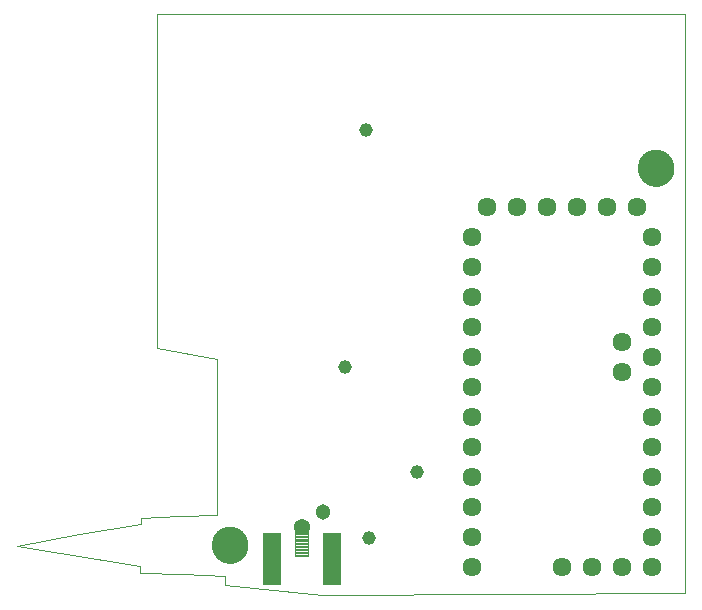
<source format=gbs>
G75*
%MOIN*%
%OFA0B0*%
%FSLAX25Y25*%
%IPPOS*%
%LPD*%
%AMOC8*
5,1,8,0,0,1.08239X$1,22.5*
%
%ADD10C,0.00000*%
%ADD11C,0.12211*%
%ADD12C,0.06337*%
%ADD13C,0.05400*%
%ADD14C,0.00490*%
%ADD15R,0.06400X0.17400*%
%ADD16C,0.05124*%
%ADD17C,0.04534*%
D10*
X0004557Y0022435D02*
X0025391Y0026394D01*
X0045891Y0030019D01*
X0045960Y0031852D01*
X0046030Y0032019D01*
X0058794Y0032505D01*
X0071224Y0032991D01*
X0071200Y0032985D02*
X0071225Y0058990D01*
X0071224Y0058963D02*
X0071224Y0084935D01*
X0051224Y0088685D01*
X0051224Y0199797D01*
X0227474Y0199797D01*
X0227474Y0006741D01*
X0166919Y0006394D01*
X0106363Y0006047D01*
X0074002Y0009419D01*
X0074002Y0012574D01*
X0059905Y0013130D01*
X0045807Y0013685D01*
X0045807Y0015908D01*
X0004557Y0022435D01*
X0069653Y0022850D02*
X0069655Y0023003D01*
X0069661Y0023157D01*
X0069671Y0023310D01*
X0069685Y0023462D01*
X0069703Y0023615D01*
X0069725Y0023766D01*
X0069750Y0023917D01*
X0069780Y0024068D01*
X0069814Y0024218D01*
X0069851Y0024366D01*
X0069892Y0024514D01*
X0069937Y0024660D01*
X0069986Y0024806D01*
X0070039Y0024950D01*
X0070095Y0025092D01*
X0070155Y0025233D01*
X0070219Y0025373D01*
X0070286Y0025511D01*
X0070357Y0025647D01*
X0070432Y0025781D01*
X0070509Y0025913D01*
X0070591Y0026043D01*
X0070675Y0026171D01*
X0070763Y0026297D01*
X0070854Y0026420D01*
X0070948Y0026541D01*
X0071046Y0026659D01*
X0071146Y0026775D01*
X0071250Y0026888D01*
X0071356Y0026999D01*
X0071465Y0027107D01*
X0071577Y0027212D01*
X0071691Y0027313D01*
X0071809Y0027412D01*
X0071928Y0027508D01*
X0072050Y0027601D01*
X0072175Y0027690D01*
X0072302Y0027777D01*
X0072431Y0027859D01*
X0072562Y0027939D01*
X0072695Y0028015D01*
X0072830Y0028088D01*
X0072967Y0028157D01*
X0073106Y0028222D01*
X0073246Y0028284D01*
X0073388Y0028342D01*
X0073531Y0028397D01*
X0073676Y0028448D01*
X0073822Y0028495D01*
X0073969Y0028538D01*
X0074117Y0028577D01*
X0074266Y0028613D01*
X0074416Y0028644D01*
X0074567Y0028672D01*
X0074718Y0028696D01*
X0074871Y0028716D01*
X0075023Y0028732D01*
X0075176Y0028744D01*
X0075329Y0028752D01*
X0075482Y0028756D01*
X0075636Y0028756D01*
X0075789Y0028752D01*
X0075942Y0028744D01*
X0076095Y0028732D01*
X0076247Y0028716D01*
X0076400Y0028696D01*
X0076551Y0028672D01*
X0076702Y0028644D01*
X0076852Y0028613D01*
X0077001Y0028577D01*
X0077149Y0028538D01*
X0077296Y0028495D01*
X0077442Y0028448D01*
X0077587Y0028397D01*
X0077730Y0028342D01*
X0077872Y0028284D01*
X0078012Y0028222D01*
X0078151Y0028157D01*
X0078288Y0028088D01*
X0078423Y0028015D01*
X0078556Y0027939D01*
X0078687Y0027859D01*
X0078816Y0027777D01*
X0078943Y0027690D01*
X0079068Y0027601D01*
X0079190Y0027508D01*
X0079309Y0027412D01*
X0079427Y0027313D01*
X0079541Y0027212D01*
X0079653Y0027107D01*
X0079762Y0026999D01*
X0079868Y0026888D01*
X0079972Y0026775D01*
X0080072Y0026659D01*
X0080170Y0026541D01*
X0080264Y0026420D01*
X0080355Y0026297D01*
X0080443Y0026171D01*
X0080527Y0026043D01*
X0080609Y0025913D01*
X0080686Y0025781D01*
X0080761Y0025647D01*
X0080832Y0025511D01*
X0080899Y0025373D01*
X0080963Y0025233D01*
X0081023Y0025092D01*
X0081079Y0024950D01*
X0081132Y0024806D01*
X0081181Y0024660D01*
X0081226Y0024514D01*
X0081267Y0024366D01*
X0081304Y0024218D01*
X0081338Y0024068D01*
X0081368Y0023917D01*
X0081393Y0023766D01*
X0081415Y0023615D01*
X0081433Y0023462D01*
X0081447Y0023310D01*
X0081457Y0023157D01*
X0081463Y0023003D01*
X0081465Y0022850D01*
X0081463Y0022697D01*
X0081457Y0022543D01*
X0081447Y0022390D01*
X0081433Y0022238D01*
X0081415Y0022085D01*
X0081393Y0021934D01*
X0081368Y0021783D01*
X0081338Y0021632D01*
X0081304Y0021482D01*
X0081267Y0021334D01*
X0081226Y0021186D01*
X0081181Y0021040D01*
X0081132Y0020894D01*
X0081079Y0020750D01*
X0081023Y0020608D01*
X0080963Y0020467D01*
X0080899Y0020327D01*
X0080832Y0020189D01*
X0080761Y0020053D01*
X0080686Y0019919D01*
X0080609Y0019787D01*
X0080527Y0019657D01*
X0080443Y0019529D01*
X0080355Y0019403D01*
X0080264Y0019280D01*
X0080170Y0019159D01*
X0080072Y0019041D01*
X0079972Y0018925D01*
X0079868Y0018812D01*
X0079762Y0018701D01*
X0079653Y0018593D01*
X0079541Y0018488D01*
X0079427Y0018387D01*
X0079309Y0018288D01*
X0079190Y0018192D01*
X0079068Y0018099D01*
X0078943Y0018010D01*
X0078816Y0017923D01*
X0078687Y0017841D01*
X0078556Y0017761D01*
X0078423Y0017685D01*
X0078288Y0017612D01*
X0078151Y0017543D01*
X0078012Y0017478D01*
X0077872Y0017416D01*
X0077730Y0017358D01*
X0077587Y0017303D01*
X0077442Y0017252D01*
X0077296Y0017205D01*
X0077149Y0017162D01*
X0077001Y0017123D01*
X0076852Y0017087D01*
X0076702Y0017056D01*
X0076551Y0017028D01*
X0076400Y0017004D01*
X0076247Y0016984D01*
X0076095Y0016968D01*
X0075942Y0016956D01*
X0075789Y0016948D01*
X0075636Y0016944D01*
X0075482Y0016944D01*
X0075329Y0016948D01*
X0075176Y0016956D01*
X0075023Y0016968D01*
X0074871Y0016984D01*
X0074718Y0017004D01*
X0074567Y0017028D01*
X0074416Y0017056D01*
X0074266Y0017087D01*
X0074117Y0017123D01*
X0073969Y0017162D01*
X0073822Y0017205D01*
X0073676Y0017252D01*
X0073531Y0017303D01*
X0073388Y0017358D01*
X0073246Y0017416D01*
X0073106Y0017478D01*
X0072967Y0017543D01*
X0072830Y0017612D01*
X0072695Y0017685D01*
X0072562Y0017761D01*
X0072431Y0017841D01*
X0072302Y0017923D01*
X0072175Y0018010D01*
X0072050Y0018099D01*
X0071928Y0018192D01*
X0071809Y0018288D01*
X0071691Y0018387D01*
X0071577Y0018488D01*
X0071465Y0018593D01*
X0071356Y0018701D01*
X0071250Y0018812D01*
X0071146Y0018925D01*
X0071046Y0019041D01*
X0070948Y0019159D01*
X0070854Y0019280D01*
X0070763Y0019403D01*
X0070675Y0019529D01*
X0070591Y0019657D01*
X0070509Y0019787D01*
X0070432Y0019919D01*
X0070357Y0020053D01*
X0070286Y0020189D01*
X0070219Y0020327D01*
X0070155Y0020467D01*
X0070095Y0020608D01*
X0070039Y0020750D01*
X0069986Y0020894D01*
X0069937Y0021040D01*
X0069892Y0021186D01*
X0069851Y0021334D01*
X0069814Y0021482D01*
X0069780Y0021632D01*
X0069750Y0021783D01*
X0069725Y0021934D01*
X0069703Y0022085D01*
X0069685Y0022238D01*
X0069671Y0022390D01*
X0069661Y0022543D01*
X0069655Y0022697D01*
X0069653Y0022850D01*
X0211639Y0148504D02*
X0211641Y0148657D01*
X0211647Y0148811D01*
X0211657Y0148964D01*
X0211671Y0149116D01*
X0211689Y0149269D01*
X0211711Y0149420D01*
X0211736Y0149571D01*
X0211766Y0149722D01*
X0211800Y0149872D01*
X0211837Y0150020D01*
X0211878Y0150168D01*
X0211923Y0150314D01*
X0211972Y0150460D01*
X0212025Y0150604D01*
X0212081Y0150746D01*
X0212141Y0150887D01*
X0212205Y0151027D01*
X0212272Y0151165D01*
X0212343Y0151301D01*
X0212418Y0151435D01*
X0212495Y0151567D01*
X0212577Y0151697D01*
X0212661Y0151825D01*
X0212749Y0151951D01*
X0212840Y0152074D01*
X0212934Y0152195D01*
X0213032Y0152313D01*
X0213132Y0152429D01*
X0213236Y0152542D01*
X0213342Y0152653D01*
X0213451Y0152761D01*
X0213563Y0152866D01*
X0213677Y0152967D01*
X0213795Y0153066D01*
X0213914Y0153162D01*
X0214036Y0153255D01*
X0214161Y0153344D01*
X0214288Y0153431D01*
X0214417Y0153513D01*
X0214548Y0153593D01*
X0214681Y0153669D01*
X0214816Y0153742D01*
X0214953Y0153811D01*
X0215092Y0153876D01*
X0215232Y0153938D01*
X0215374Y0153996D01*
X0215517Y0154051D01*
X0215662Y0154102D01*
X0215808Y0154149D01*
X0215955Y0154192D01*
X0216103Y0154231D01*
X0216252Y0154267D01*
X0216402Y0154298D01*
X0216553Y0154326D01*
X0216704Y0154350D01*
X0216857Y0154370D01*
X0217009Y0154386D01*
X0217162Y0154398D01*
X0217315Y0154406D01*
X0217468Y0154410D01*
X0217622Y0154410D01*
X0217775Y0154406D01*
X0217928Y0154398D01*
X0218081Y0154386D01*
X0218233Y0154370D01*
X0218386Y0154350D01*
X0218537Y0154326D01*
X0218688Y0154298D01*
X0218838Y0154267D01*
X0218987Y0154231D01*
X0219135Y0154192D01*
X0219282Y0154149D01*
X0219428Y0154102D01*
X0219573Y0154051D01*
X0219716Y0153996D01*
X0219858Y0153938D01*
X0219998Y0153876D01*
X0220137Y0153811D01*
X0220274Y0153742D01*
X0220409Y0153669D01*
X0220542Y0153593D01*
X0220673Y0153513D01*
X0220802Y0153431D01*
X0220929Y0153344D01*
X0221054Y0153255D01*
X0221176Y0153162D01*
X0221295Y0153066D01*
X0221413Y0152967D01*
X0221527Y0152866D01*
X0221639Y0152761D01*
X0221748Y0152653D01*
X0221854Y0152542D01*
X0221958Y0152429D01*
X0222058Y0152313D01*
X0222156Y0152195D01*
X0222250Y0152074D01*
X0222341Y0151951D01*
X0222429Y0151825D01*
X0222513Y0151697D01*
X0222595Y0151567D01*
X0222672Y0151435D01*
X0222747Y0151301D01*
X0222818Y0151165D01*
X0222885Y0151027D01*
X0222949Y0150887D01*
X0223009Y0150746D01*
X0223065Y0150604D01*
X0223118Y0150460D01*
X0223167Y0150314D01*
X0223212Y0150168D01*
X0223253Y0150020D01*
X0223290Y0149872D01*
X0223324Y0149722D01*
X0223354Y0149571D01*
X0223379Y0149420D01*
X0223401Y0149269D01*
X0223419Y0149116D01*
X0223433Y0148964D01*
X0223443Y0148811D01*
X0223449Y0148657D01*
X0223451Y0148504D01*
X0223449Y0148351D01*
X0223443Y0148197D01*
X0223433Y0148044D01*
X0223419Y0147892D01*
X0223401Y0147739D01*
X0223379Y0147588D01*
X0223354Y0147437D01*
X0223324Y0147286D01*
X0223290Y0147136D01*
X0223253Y0146988D01*
X0223212Y0146840D01*
X0223167Y0146694D01*
X0223118Y0146548D01*
X0223065Y0146404D01*
X0223009Y0146262D01*
X0222949Y0146121D01*
X0222885Y0145981D01*
X0222818Y0145843D01*
X0222747Y0145707D01*
X0222672Y0145573D01*
X0222595Y0145441D01*
X0222513Y0145311D01*
X0222429Y0145183D01*
X0222341Y0145057D01*
X0222250Y0144934D01*
X0222156Y0144813D01*
X0222058Y0144695D01*
X0221958Y0144579D01*
X0221854Y0144466D01*
X0221748Y0144355D01*
X0221639Y0144247D01*
X0221527Y0144142D01*
X0221413Y0144041D01*
X0221295Y0143942D01*
X0221176Y0143846D01*
X0221054Y0143753D01*
X0220929Y0143664D01*
X0220802Y0143577D01*
X0220673Y0143495D01*
X0220542Y0143415D01*
X0220409Y0143339D01*
X0220274Y0143266D01*
X0220137Y0143197D01*
X0219998Y0143132D01*
X0219858Y0143070D01*
X0219716Y0143012D01*
X0219573Y0142957D01*
X0219428Y0142906D01*
X0219282Y0142859D01*
X0219135Y0142816D01*
X0218987Y0142777D01*
X0218838Y0142741D01*
X0218688Y0142710D01*
X0218537Y0142682D01*
X0218386Y0142658D01*
X0218233Y0142638D01*
X0218081Y0142622D01*
X0217928Y0142610D01*
X0217775Y0142602D01*
X0217622Y0142598D01*
X0217468Y0142598D01*
X0217315Y0142602D01*
X0217162Y0142610D01*
X0217009Y0142622D01*
X0216857Y0142638D01*
X0216704Y0142658D01*
X0216553Y0142682D01*
X0216402Y0142710D01*
X0216252Y0142741D01*
X0216103Y0142777D01*
X0215955Y0142816D01*
X0215808Y0142859D01*
X0215662Y0142906D01*
X0215517Y0142957D01*
X0215374Y0143012D01*
X0215232Y0143070D01*
X0215092Y0143132D01*
X0214953Y0143197D01*
X0214816Y0143266D01*
X0214681Y0143339D01*
X0214548Y0143415D01*
X0214417Y0143495D01*
X0214288Y0143577D01*
X0214161Y0143664D01*
X0214036Y0143753D01*
X0213914Y0143846D01*
X0213795Y0143942D01*
X0213677Y0144041D01*
X0213563Y0144142D01*
X0213451Y0144247D01*
X0213342Y0144355D01*
X0213236Y0144466D01*
X0213132Y0144579D01*
X0213032Y0144695D01*
X0212934Y0144813D01*
X0212840Y0144934D01*
X0212749Y0145057D01*
X0212661Y0145183D01*
X0212577Y0145311D01*
X0212495Y0145441D01*
X0212418Y0145573D01*
X0212343Y0145707D01*
X0212272Y0145843D01*
X0212205Y0145981D01*
X0212141Y0146121D01*
X0212081Y0146262D01*
X0212025Y0146404D01*
X0211972Y0146548D01*
X0211923Y0146694D01*
X0211878Y0146840D01*
X0211837Y0146988D01*
X0211800Y0147136D01*
X0211766Y0147286D01*
X0211736Y0147437D01*
X0211711Y0147588D01*
X0211689Y0147739D01*
X0211671Y0147892D01*
X0211657Y0148044D01*
X0211647Y0148197D01*
X0211641Y0148351D01*
X0211639Y0148504D01*
D11*
X0217545Y0148504D03*
X0075559Y0022850D03*
D12*
X0156449Y0025500D03*
X0156449Y0015500D03*
X0156449Y0035500D03*
X0156449Y0045500D03*
X0156449Y0055500D03*
X0156449Y0065500D03*
X0156449Y0075500D03*
X0156449Y0085500D03*
X0156449Y0095500D03*
X0156449Y0105500D03*
X0156449Y0115500D03*
X0156449Y0125500D03*
X0161449Y0135500D03*
X0171449Y0135500D03*
X0181449Y0135500D03*
X0191449Y0135500D03*
X0201449Y0135500D03*
X0211449Y0135500D03*
X0216449Y0125500D03*
X0216449Y0115500D03*
X0216449Y0105500D03*
X0216449Y0095500D03*
X0206449Y0090500D03*
X0216449Y0085500D03*
X0206449Y0080500D03*
X0216449Y0075500D03*
X0216449Y0065500D03*
X0216449Y0055500D03*
X0216449Y0045500D03*
X0216449Y0035500D03*
X0216449Y0025500D03*
X0216449Y0015500D03*
X0206449Y0015500D03*
X0196449Y0015500D03*
X0186449Y0015500D03*
D13*
X0099600Y0028985D03*
D14*
X0097395Y0027069D02*
X0097395Y0019159D01*
X0097395Y0027069D02*
X0101805Y0027069D01*
X0101805Y0019159D01*
X0097395Y0019159D01*
X0097395Y0019648D02*
X0101805Y0019648D01*
X0101805Y0020137D02*
X0097395Y0020137D01*
X0097395Y0020626D02*
X0101805Y0020626D01*
X0101805Y0021115D02*
X0097395Y0021115D01*
X0097395Y0021604D02*
X0101805Y0021604D01*
X0101805Y0022093D02*
X0097395Y0022093D01*
X0097395Y0022582D02*
X0101805Y0022582D01*
X0101805Y0023071D02*
X0097395Y0023071D01*
X0097395Y0023560D02*
X0101805Y0023560D01*
X0101805Y0024049D02*
X0097395Y0024049D01*
X0097395Y0024538D02*
X0101805Y0024538D01*
X0101805Y0025027D02*
X0097395Y0025027D01*
X0097395Y0025516D02*
X0101805Y0025516D01*
X0101805Y0026005D02*
X0097395Y0026005D01*
X0097395Y0026494D02*
X0101805Y0026494D01*
X0101805Y0026983D02*
X0097395Y0026983D01*
D15*
X0089600Y0018235D03*
X0109600Y0018235D03*
D16*
X0106556Y0033849D03*
D17*
X0121900Y0025185D03*
X0137900Y0047185D03*
X0113900Y0082185D03*
X0120900Y0161185D03*
M02*

</source>
